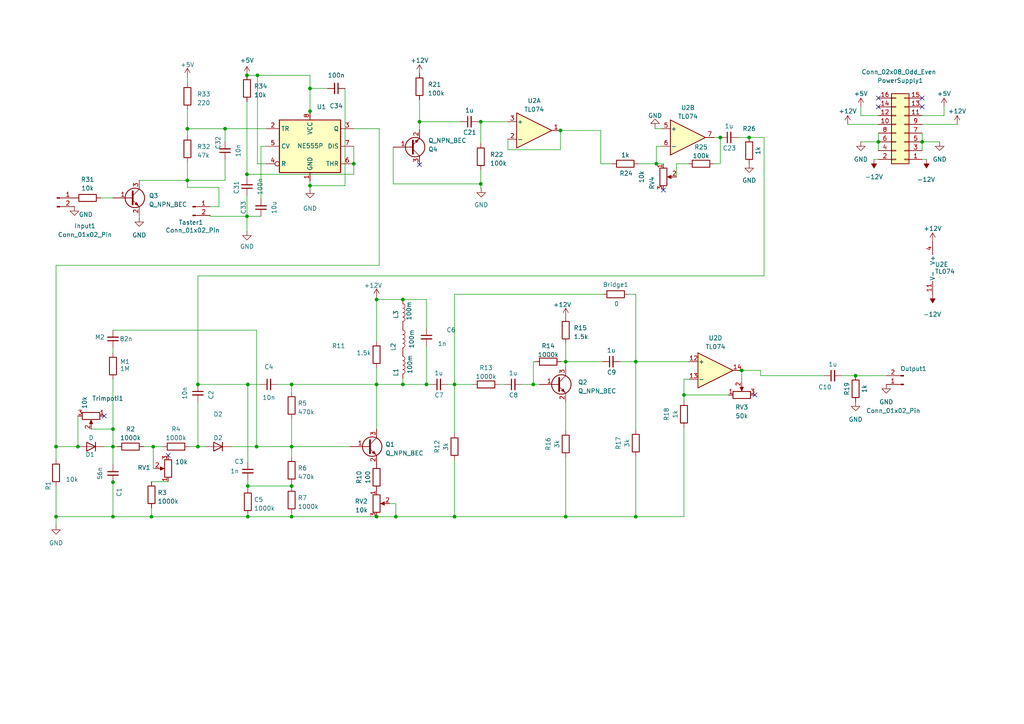
<source format=kicad_sch>
(kicad_sch (version 20230121) (generator eeschema)
  (paper "A4")
  (lib_symbols
    (symbol "Amplifier_Operational:TL074" (pin_names (offset 0.127))
      (property "Reference" "U" (at 0 5.08 0))
      (property "Value" "TL074" (at 0 -5.08 0))
      (symbol "TL074_1_1"
        (polyline (pts (xy -5.08 5.08) (xy 5.08 0) (xy -5.08 -5.08) (xy -5.08 5.08)) (stroke (width 0.254)) (fill (type background)))
        (pin output line (at 7.62 0 180) (length 2.54) (name "~") (number "1"))
        (pin input line (at -7.62 -2.54 0) (length 2.54) (name "-") (number "2"))
        (pin input line (at -7.62 2.54 0) (length 2.54) (name "+") (number "3"))
      )
      (symbol "TL074_2_1"
        (polyline (pts (xy -5.08 5.08) (xy 5.08 0) (xy -5.08 -5.08) (xy -5.08 5.08)) (stroke (width 0.254)) (fill (type background)))
        (pin input line (at -7.62 2.54 0) (length 2.54) (name "+") (number "5"))
        (pin input line (at -7.62 -2.54 0) (length 2.54) (name "-") (number "6"))
        (pin output line (at 7.62 0 180) (length 2.54) (name "~") (number "7"))
      )
      (symbol "TL074_3_1"
        (polyline (pts (xy -5.08 5.08) (xy 5.08 0) (xy -5.08 -5.08) (xy -5.08 5.08)) (stroke (width 0.254)) (fill (type background)))
        (pin input line (at -7.62 2.54 0) (length 2.54) (name "+") (number "10"))
        (pin output line (at 7.62 0 180) (length 2.54) (name "~") (number "8"))
        (pin input line (at -7.62 -2.54 0) (length 2.54) (name "-") (number "9"))
      )
      (symbol "TL074_4_1"
        (polyline (pts (xy -5.08 5.08) (xy 5.08 0) (xy -5.08 -5.08) (xy -5.08 5.08)) (stroke (width 0.254)) (fill (type background)))
        (pin input line (at -7.62 2.54 0) (length 2.54) (name "+") (number "12"))
        (pin input line (at -7.62 -2.54 0) (length 2.54) (name "-") (number "13"))
        (pin output line (at 7.62 0 180) (length 2.54) (name "~") (number "14"))
      )
      (symbol "TL074_5_1"
        (pin power_in line (at -2.54 -7.62 90) (length 3.81) (name "V-") (number "11"))
        (pin power_in line (at -2.54 7.62 270) (length 3.81) (name "V+") (number "4"))
      )
    )
    (symbol "Connector:Conn_01x02_Pin" (pin_names (offset 1.016) hide)
      (property "Reference" "J" (at 0 2.54 0))
      (property "Value" "Conn_01x02_Pin" (at 0 -5.08 0))
      (symbol "Conn_01x02_Pin_1_1"
        (polyline (pts (xy 1.27 -2.54) (xy 0.8636 -2.54)) (stroke (width 0.1524)))
        (polyline (pts (xy 1.27 0) (xy 0.8636 0)) (stroke (width 0.1524)))
        (rectangle (start 0.8636 -2.413) (end 0 -2.667) (stroke (width 0.1524)) (fill (type outline)))
        (rectangle (start 0.8636 0.127) (end 0 -0.127) (stroke (width 0.1524)) (fill (type outline)))
        (pin passive line (at 5.08 0 180) (length 3.81) (name "Pin_1") (number "1"))
        (pin passive line (at 5.08 -2.54 180) (length 3.81) (name "Pin_2") (number "2"))
      )
    )
    (symbol "Connector_Generic:Conn_02x08_Odd_Even" (pin_names (offset 1.016) hide)
      (property "Reference" "J" (at 1.27 10.16 0))
      (property "Value" "Conn_02x08_Odd_Even" (at 1.27 -12.7 0))
      (symbol "Conn_02x08_Odd_Even_1_1"
        (rectangle (start -1.27 -10.033) (end 0 -10.287) (stroke (width 0.1524)))
        (rectangle (start -1.27 -7.493) (end 0 -7.747) (stroke (width 0.1524)))
        (rectangle (start -1.27 -4.953) (end 0 -5.207) (stroke (width 0.1524)))
        (rectangle (start -1.27 -2.413) (end 0 -2.667) (stroke (width 0.1524)))
        (rectangle (start -1.27 0.127) (end 0 -0.127) (stroke (width 0.1524)))
        (rectangle (start -1.27 2.667) (end 0 2.413) (stroke (width 0.1524)))
        (rectangle (start -1.27 5.207) (end 0 4.953) (stroke (width 0.1524)))
        (rectangle (start -1.27 7.747) (end 0 7.493) (stroke (width 0.1524)))
        (rectangle (start -1.27 8.89) (end 3.81 -11.43) (stroke (width 0.254)) (fill (type background)))
        (rectangle (start 3.81 -10.033) (end 2.54 -10.287) (stroke (width 0.1524)))
        (rectangle (start 3.81 -7.493) (end 2.54 -7.747) (stroke (width 0.1524)))
        (rectangle (start 3.81 -4.953) (end 2.54 -5.207) (stroke (width 0.1524)))
        (rectangle (start 3.81 -2.413) (end 2.54 -2.667) (stroke (width 0.1524)))
        (rectangle (start 3.81 0.127) (end 2.54 -0.127) (stroke (width 0.1524)))
        (rectangle (start 3.81 2.667) (end 2.54 2.413) (stroke (width 0.1524)))
        (rectangle (start 3.81 5.207) (end 2.54 4.953) (stroke (width 0.1524)))
        (rectangle (start 3.81 7.747) (end 2.54 7.493) (stroke (width 0.1524)))
        (pin passive line (at -5.08 7.62 0) (length 3.81) (name "Pin_1") (number "1"))
        (pin passive line (at 7.62 -2.54 180) (length 3.81) (name "Pin_10") (number "10"))
        (pin passive line (at -5.08 -5.08 0) (length 3.81) (name "Pin_11") (number "11"))
        (pin passive line (at 7.62 -5.08 180) (length 3.81) (name "Pin_12") (number "12"))
        (pin passive line (at -5.08 -7.62 0) (length 3.81) (name "Pin_13") (number "13"))
        (pin passive line (at 7.62 -7.62 180) (length 3.81) (name "Pin_14") (number "14"))
        (pin passive line (at -5.08 -10.16 0) (length 3.81) (name "Pin_15") (number "15"))
        (pin passive line (at 7.62 -10.16 180) (length 3.81) (name "Pin_16") (number "16"))
        (pin passive line (at 7.62 7.62 180) (length 3.81) (name "Pin_2") (number "2"))
        (pin passive line (at -5.08 5.08 0) (length 3.81) (name "Pin_3") (number "3"))
        (pin passive line (at 7.62 5.08 180) (length 3.81) (name "Pin_4") (number "4"))
        (pin passive line (at -5.08 2.54 0) (length 3.81) (name "Pin_5") (number "5"))
        (pin passive line (at 7.62 2.54 180) (length 3.81) (name "Pin_6") (number "6"))
        (pin passive line (at -5.08 0 0) (length 3.81) (name "Pin_7") (number "7"))
        (pin passive line (at 7.62 0 180) (length 3.81) (name "Pin_8") (number "8"))
        (pin passive line (at -5.08 -2.54 0) (length 3.81) (name "Pin_9") (number "9"))
      )
    )
    (symbol "Device:C_Small" (pin_numbers hide) (pin_names (offset 0.254) hide)
      (property "Reference" "C" (at 0.254 1.778 0))
      (property "Value" "C_Small" (at 0.254 -2.032 0))
      (symbol "C_Small_0_1"
        (polyline (pts (xy -1.524 -0.508) (xy 1.524 -0.508)) (stroke (width 0.3302)))
        (polyline (pts (xy -1.524 0.508) (xy 1.524 0.508)) (stroke (width 0.3048)))
      )
      (symbol "C_Small_1_1"
        (pin passive line (at 0 2.54 270) (length 2.032) (name "~") (number "1"))
        (pin passive line (at 0 -2.54 90) (length 2.032) (name "~") (number "2"))
      )
    )
    (symbol "Device:D" (pin_numbers hide) (pin_names (offset 1.016) hide)
      (property "Reference" "D" (at 0 2.54 0))
      (property "Value" "D" (at 0 -2.54 0))
      (symbol "D_0_1"
        (polyline (pts (xy -1.27 1.27) (xy -1.27 -1.27)) (stroke (width 0.254)))
        (polyline (pts (xy 1.27 0) (xy -1.27 0)))
        (polyline (pts (xy 1.27 1.27) (xy 1.27 -1.27) (xy -1.27 0) (xy 1.27 1.27)) (stroke (width 0.254)))
      )
      (symbol "D_1_1"
        (pin passive line (at -3.81 0 0) (length 2.54) (name "K") (number "1"))
        (pin passive line (at 3.81 0 180) (length 2.54) (name "A") (number "2"))
      )
    )
    (symbol "Device:L" (pin_numbers hide) (pin_names (offset 1.016) hide)
      (property "Reference" "L" (at -1.27 0 90))
      (property "Value" "L" (at 1.905 0 90))
      (symbol "L_0_1"
        (arc (start 0 -2.54) (mid 0.6323 -1.905) (end 0 -1.27))
        (arc (start 0 -1.27) (mid 0.6323 -0.635) (end 0 0))
        (arc (start 0 0) (mid 0.6323 0.635) (end 0 1.27))
        (arc (start 0 1.27) (mid 0.6323 1.905) (end 0 2.54))
      )
      (symbol "L_1_1"
        (pin passive line (at 0 3.81 270) (length 1.27) (name "1") (number "1"))
        (pin passive line (at 0 -3.81 90) (length 1.27) (name "2") (number "2"))
      )
    )
    (symbol "Device:Q_NPN_BEC" (pin_names (offset 0) hide)
      (property "Reference" "Q" (at 5.08 1.27 0))
      (property "Value" "Q_NPN_BEC" (at 5.08 -1.27 0))
      (symbol "Q_NPN_BEC_0_1"
        (polyline (pts (xy 0.635 0.635) (xy 2.54 2.54)))
        (polyline (pts (xy 0.635 -0.635) (xy 2.54 -2.54) (xy 2.54 -2.54)))
        (polyline (pts (xy 0.635 1.905) (xy 0.635 -1.905) (xy 0.635 -1.905)) (stroke (width 0.508)))
        (polyline (pts (xy 1.27 -1.778) (xy 1.778 -1.27) (xy 2.286 -2.286) (xy 1.27 -1.778) (xy 1.27 -1.778)) (fill (type outline)))
        (circle (center 1.27 0) (radius 2.8194) (stroke (width 0.254)))
      )
      (symbol "Q_NPN_BEC_1_1"
        (pin input line (at -5.08 0 0) (length 5.715) (name "B") (number "1"))
        (pin passive line (at 2.54 -5.08 90) (length 2.54) (name "E") (number "2"))
        (pin passive line (at 2.54 5.08 270) (length 2.54) (name "C") (number "3"))
      )
    )
    (symbol "Device:R" (pin_numbers hide) (pin_names (offset 0))
      (property "Reference" "R" (at 2.032 0 90))
      (property "Value" "R" (at 0 0 90))
      (symbol "R_0_1"
        (rectangle (start -1.016 -2.54) (end 1.016 2.54) (stroke (width 0.254)))
      )
      (symbol "R_1_1"
        (pin passive line (at 0 3.81 270) (length 1.27) (name "~") (number "1"))
        (pin passive line (at 0 -3.81 90) (length 1.27) (name "~") (number "2"))
      )
    )
    (symbol "Device:R_Potentiometer" (pin_names (offset 1.016) hide)
      (property "Reference" "RV" (at -4.445 0 90))
      (property "Value" "R_Potentiometer" (at -2.54 0 90))
      (symbol "R_Potentiometer_0_1"
        (polyline (pts (xy 2.54 0) (xy 1.524 0)))
        (polyline (pts (xy 1.143 0) (xy 2.286 0.508) (xy 2.286 -0.508) (xy 1.143 0)) (fill (type outline)))
        (rectangle (start 1.016 2.54) (end -1.016 -2.54) (stroke (width 0.254)))
      )
      (symbol "R_Potentiometer_1_1"
        (pin passive line (at 0 3.81 270) (length 1.27) (name "1") (number "1"))
        (pin passive line (at 3.81 0 180) (length 1.27) (name "2") (number "2"))
        (pin passive line (at 0 -3.81 90) (length 1.27) (name "3") (number "3"))
      )
    )
    (symbol "Timer:NE555P"
      (property "Reference" "U" (at -10.16 8.89 0))
      (property "Value" "NE555P" (at 2.54 8.89 0))
      (symbol "NE555P_0_0"
        (pin power_in line (at 0 -10.16 90) (length 2.54) (name "GND") (number "1"))
        (pin power_in line (at 0 10.16 270) (length 2.54) (name "VCC") (number "8"))
      )
      (symbol "NE555P_0_1"
        (rectangle (start -8.89 -7.62) (end 8.89 7.62) (stroke (width 0.254)) (fill (type background)))
        (rectangle (start -8.89 -7.62) (end 8.89 7.62) (stroke (width 0.254)) (fill (type background)))
      )
      (symbol "NE555P_1_1"
        (pin input line (at -12.7 5.08 0) (length 3.81) (name "TR") (number "2"))
        (pin output line (at 12.7 5.08 180) (length 3.81) (name "Q") (number "3"))
        (pin input inverted (at -12.7 -5.08 0) (length 3.81) (name "R") (number "4"))
        (pin input line (at -12.7 0 0) (length 3.81) (name "CV") (number "5"))
        (pin input line (at 12.7 -5.08 180) (length 3.81) (name "THR") (number "6"))
        (pin input line (at 12.7 0 180) (length 3.81) (name "DIS") (number "7"))
      )
    )
    (symbol "power:+12V" (power) (pin_names (offset 0))
      (property "Value" "+12V" (at 0 3.556 0))
      (symbol "+12V_0_1"
        (polyline (pts (xy -0.762 1.27) (xy 0 2.54)))
        (polyline (pts (xy 0 0) (xy 0 2.54)))
        (polyline (pts (xy 0 2.54) (xy 0.762 1.27)))
      )
      (symbol "+12V_1_1"
        (pin power_in line (at 0 0 90) (length 0) hide (name "+12V") (number "1"))
      )
    )
    (symbol "power:+5V" (power) (pin_names (offset 0))
      (property "Value" "+5V" (at 0 3.556 0))
      (symbol "+5V_0_1"
        (polyline (pts (xy -0.762 1.27) (xy 0 2.54)))
        (polyline (pts (xy 0 0) (xy 0 2.54)))
        (polyline (pts (xy 0 2.54) (xy 0.762 1.27)))
      )
      (symbol "+5V_1_1"
        (pin power_in line (at 0 0 90) (length 0) hide (name "+5V") (number "1"))
      )
    )
    (symbol "power:-12V" (power) (pin_names (offset 0))
      (property "Value" "-12V" (at 0 3.81 0))
      (symbol "-12V_0_0"
        (pin power_in line (at 0 0 90) (length 0) hide (name "-12V") (number "1"))
      )
      (symbol "-12V_0_1"
        (polyline (pts (xy 0 0) (xy 0 1.27) (xy 0.762 1.27) (xy 0 2.54) (xy -0.762 1.27) (xy 0 1.27)) (fill (type outline)))
      )
    )
    (symbol "power:GND" (power) (pin_names (offset 0))
      (property "Value" "GND" (at 0 -3.81 0))
      (symbol "GND_0_1"
        (polyline (pts (xy 0 0) (xy 0 -1.27) (xy 1.27 -1.27) (xy 0 -2.54) (xy -1.27 -1.27) (xy 0 -1.27)))
      )
      (symbol "GND_1_1"
        (pin power_in line (at 0 0 270) (length 0) hide (name "GND") (number "1"))
      )
    )
  )
  (junction (at 71.882 111.506))
  (junction (at 109.22 111.506))
  (junction (at 16.256 149.86))
  (junction (at 116.84 86.868))
  (junction (at 54.356 37.338))
  (junction (at 32.766 129.54))
  (junction (at 267.462 41.148))
  (junction (at 71.882 140.97))
  (junction (at 184.404 104.902))
  (junction (at 57.404 129.54))
  (junction (at 109.22 149.86))
  (junction (at 57.404 111.506))
  (junction (at 74.676 21.844))
  (junction (at 123.698 111.506))
  (junction (at 215.138 107.442))
  (junction (at 43.942 149.86))
  (junction (at 139.446 53.34))
  (junction (at 71.882 149.86))
  (junction (at 54.356 52.324))
  (junction (at 71.628 21.844))
  (junction (at 154.686 111.506))
  (junction (at 65.278 37.338))
  (junction (at 109.22 86.868))
  (junction (at 71.628 50.546))
  (junction (at 32.766 139.8524))
  (junction (at 190.373 47.498))
  (junction (at 254.762 41.148))
  (junction (at 74.422 129.54))
  (junction (at 198.374 114.554))
  (junction (at 162.56 37.846))
  (junction (at 184.404 149.86))
  (junction (at 84.582 149.86))
  (junction (at 116.84 111.506))
  (junction (at 89.916 25.654))
  (junction (at 84.582 111.506))
  (junction (at 139.446 35.306))
  (junction (at 208.915 39.878))
  (junction (at 22.606 129.54))
  (junction (at 84.582 129.54))
  (junction (at 131.826 149.86))
  (junction (at 16.256 129.54))
  (junction (at 217.297 39.878))
  (junction (at 164.084 104.902))
  (junction (at 248.158 108.966))
  (junction (at 102.616 47.498))
  (junction (at 89.916 32.258))
  (junction (at 32.766 124.46))
  (junction (at 121.666 35.306))
  (junction (at 89.916 53.848))
  (junction (at 44.45 129.54))
  (junction (at 131.826 111.506))
  (junction (at 84.582 140.97))
  (junction (at 164.084 149.86))
  (junction (at 71.628 62.738))
  (junction (at 32.766 149.86))
  (junction (at 114.808 149.86))
  (no_connect (at 254.762 28.448))
  (no_connect (at 267.462 28.448))
  (no_connect (at 267.462 30.988))
  (no_connect (at 121.666 47.752))
  (no_connect (at 218.948 114.554))
  (no_connect (at 30.226 120.65))
  (no_connect (at 48.768 132.08))
  (no_connect (at 192.405 55.118))
  (no_connect (at 254.762 30.988))
  (wire (pts (xy 44.958 135.89) (xy 44.45 135.89)))
  (wire (pts (xy 184.404 132.334) (xy 184.404 149.86)))
  (wire (pts (xy 184.404 104.902) (xy 179.832 104.902)))
  (wire (pts (xy 121.666 35.306) (xy 133.604 35.306)))
  (wire (pts (xy 54.356 37.338) (xy 54.356 39.37)))
  (wire (pts (xy 40.386 52.324) (xy 54.356 52.324)))
  (wire (pts (xy 32.766 109.982) (xy 32.766 124.46)))
  (wire (pts (xy 109.22 86.36) (xy 109.22 86.868)))
  (wire (pts (xy 116.84 86.868) (xy 109.22 86.868)))
  (wire (pts (xy 109.22 106.68) (xy 109.22 111.506)))
  (wire (pts (xy 164.084 99.568) (xy 164.084 104.902)))
  (wire (pts (xy 198.374 114.554) (xy 211.328 114.554)))
  (wire (pts (xy 109.982 76.962) (xy 16.256 76.962)))
  (wire (pts (xy 198.374 109.982) (xy 199.898 109.982)))
  (wire (pts (xy 32.766 124.46) (xy 32.766 129.54)))
  (wire (pts (xy 32.766 139.7) (xy 32.766 139.8524)))
  (wire (pts (xy 198.374 109.982) (xy 198.374 114.554)))
  (wire (pts (xy 254.762 41.148) (xy 254.762 43.688)))
  (wire (pts (xy 43.942 147.32) (xy 43.942 149.86)))
  (wire (pts (xy 89.916 21.844) (xy 74.676 21.844)))
  (wire (pts (xy 213.995 39.878) (xy 217.297 39.878)))
  (wire (pts (xy 102.616 42.418) (xy 102.616 47.498)))
  (wire (pts (xy 147.32 43.434) (xy 147.32 40.386)))
  (wire (pts (xy 71.628 62.738) (xy 71.628 67.056)))
  (wire (pts (xy 131.826 133.35) (xy 131.826 149.86)))
  (wire (pts (xy 16.256 149.86) (xy 32.766 149.86)))
  (wire (pts (xy 162.56 37.846) (xy 162.56 43.434)))
  (wire (pts (xy 75.692 57.658) (xy 75.692 42.418)))
  (wire (pts (xy 100.076 53.848) (xy 89.916 53.848)))
  (wire (pts (xy 71.628 62.738) (xy 75.692 62.738)))
  (wire (pts (xy 40.386 62.484) (xy 40.386 63.119)))
  (wire (pts (xy 89.916 53.848) (xy 89.916 54.864)))
  (wire (pts (xy 60.96 62.484) (xy 60.96 62.738)))
  (wire (pts (xy 249.682 33.528) (xy 254.762 33.528)))
  (wire (pts (xy 162.56 43.434) (xy 147.32 43.434)))
  (wire (pts (xy 102.616 50.546) (xy 102.616 47.498)))
  (wire (pts (xy 32.766 129.54) (xy 32.766 134.7724)))
  (wire (pts (xy 80.518 111.506) (xy 84.582 111.506)))
  (wire (pts (xy 253.492 46.228) (xy 254.762 46.228)))
  (wire (pts (xy 190.373 42.418) (xy 190.373 47.498)))
  (wire (pts (xy 75.692 42.418) (xy 77.216 42.418)))
  (wire (pts (xy 174.244 37.846) (xy 174.244 47.498)))
  (wire (pts (xy 245.872 36.068) (xy 254.762 36.068)))
  (wire (pts (xy 57.404 80.01) (xy 221.615 80.01)))
  (wire (pts (xy 109.22 111.506) (xy 109.22 124.46)))
  (wire (pts (xy 139.446 35.306) (xy 147.32 35.306)))
  (wire (pts (xy 54.356 46.99) (xy 54.356 52.324)))
  (wire (pts (xy 220.599 107.442) (xy 220.599 108.966)))
  (wire (pts (xy 137.16 111.506) (xy 131.826 111.506)))
  (wire (pts (xy 196.215 47.498) (xy 196.215 51.308)))
  (wire (pts (xy 144.78 111.506) (xy 146.304 111.506)))
  (wire (pts (xy 174.752 85.344) (xy 131.826 85.344)))
  (wire (pts (xy 184.404 124.714) (xy 184.404 104.902)))
  (wire (pts (xy 71.628 50.546) (xy 71.628 51.562)))
  (wire (pts (xy 43.942 149.86) (xy 71.882 149.86)))
  (wire (pts (xy 131.826 85.344) (xy 131.826 111.506)))
  (wire (pts (xy 184.404 85.344) (xy 182.372 85.344)))
  (wire (pts (xy 89.916 32.258) (xy 89.916 34.29)))
  (wire (pts (xy 162.56 37.846) (xy 174.244 37.846)))
  (wire (pts (xy 84.582 111.506) (xy 109.22 111.506)))
  (wire (pts (xy 71.882 149.352) (xy 71.882 149.86)))
  (wire (pts (xy 63.5 54.356) (xy 63.5 59.944)))
  (wire (pts (xy 16.256 149.86) (xy 16.256 152.4)))
  (wire (pts (xy 32.766 139.8524) (xy 32.766 149.86)))
  (wire (pts (xy 116.84 109.728) (xy 116.84 111.506)))
  (wire (pts (xy 84.582 111.506) (xy 84.582 113.792)))
  (wire (pts (xy 54.356 22.352) (xy 54.356 24.13)))
  (wire (pts (xy 84.582 140.97) (xy 84.582 141.224)))
  (wire (pts (xy 57.404 80.01) (xy 57.404 111.506)))
  (wire (pts (xy 207.137 47.498) (xy 208.915 47.498)))
  (wire (pts (xy 208.915 39.878) (xy 208.915 47.498)))
  (wire (pts (xy 71.882 111.506) (xy 75.438 111.506)))
  (wire (pts (xy 22.606 120.65) (xy 22.606 129.54)))
  (wire (pts (xy 71.882 149.86) (xy 84.582 149.86)))
  (wire (pts (xy 164.084 104.902) (xy 174.752 104.902)))
  (wire (pts (xy 74.676 21.844) (xy 71.628 21.844)))
  (wire (pts (xy 41.656 129.54) (xy 44.45 129.54)))
  (wire (pts (xy 139.446 54.61) (xy 139.573 54.61)))
  (wire (pts (xy 113.03 146.05) (xy 114.808 146.05)))
  (wire (pts (xy 215.138 107.442) (xy 220.599 107.442)))
  (wire (pts (xy 151.384 111.506) (xy 154.686 111.506)))
  (wire (pts (xy 114.808 146.05) (xy 114.808 149.86)))
  (wire (pts (xy 74.422 95.758) (xy 74.422 129.54)))
  (wire (pts (xy 44.45 129.54) (xy 47.244 129.54)))
  (wire (pts (xy 32.766 149.86) (xy 43.942 149.86)))
  (wire (pts (xy 267.462 36.068) (xy 277.622 36.068)))
  (wire (pts (xy 109.22 111.506) (xy 116.84 111.506)))
  (wire (pts (xy 65.278 41.148) (xy 65.278 37.338)))
  (wire (pts (xy 198.374 114.554) (xy 198.374 116.332)))
  (wire (pts (xy 215.138 107.442) (xy 215.138 110.744)))
  (wire (pts (xy 123.698 100.33) (xy 123.698 111.506)))
  (wire (pts (xy 77.216 47.498) (xy 74.676 47.498)))
  (wire (pts (xy 254.762 38.608) (xy 254.762 41.148)))
  (wire (pts (xy 129.794 111.506) (xy 131.826 111.506)))
  (wire (pts (xy 84.582 140.208) (xy 84.582 140.97)))
  (wire (pts (xy 16.256 129.54) (xy 22.606 129.54)))
  (wire (pts (xy 67.056 129.54) (xy 74.422 129.54)))
  (wire (pts (xy 63.5 59.944) (xy 60.96 59.944)))
  (wire (pts (xy 109.22 149.86) (xy 114.808 149.86)))
  (wire (pts (xy 190.373 42.418) (xy 191.897 42.418)))
  (wire (pts (xy 65.278 37.338) (xy 77.216 37.338)))
  (wire (pts (xy 114.808 149.86) (xy 131.826 149.86)))
  (wire (pts (xy 185.166 47.498) (xy 190.373 47.498)))
  (wire (pts (xy 199.517 47.498) (xy 196.215 47.498)))
  (wire (pts (xy 57.404 129.54) (xy 59.436 129.54)))
  (wire (pts (xy 184.404 149.86) (xy 164.084 149.86)))
  (wire (pts (xy 249.682 41.148) (xy 254.762 41.148)))
  (wire (pts (xy 162.814 104.902) (xy 164.084 104.902)))
  (wire (pts (xy 71.882 139.192) (xy 71.882 140.97)))
  (wire (pts (xy 139.446 35.306) (xy 139.446 41.656)))
  (wire (pts (xy 164.084 132.588) (xy 164.084 149.86)))
  (wire (pts (xy 109.982 37.338) (xy 109.982 76.962)))
  (wire (pts (xy 89.916 52.578) (xy 89.916 53.848)))
  (wire (pts (xy 89.916 21.844) (xy 89.916 25.654)))
  (wire (pts (xy 198.374 149.86) (xy 184.404 149.86)))
  (wire (pts (xy 65.278 46.228) (xy 65.278 52.324)))
  (wire (pts (xy 57.404 111.506) (xy 71.882 111.506)))
  (wire (pts (xy 267.462 41.148) (xy 272.542 41.148)))
  (wire (pts (xy 54.356 52.324) (xy 54.356 54.356)))
  (wire (pts (xy 54.356 54.356) (xy 63.5 54.356)))
  (wire (pts (xy 189.992 37.338) (xy 189.992 37.084)))
  (wire (pts (xy 94.996 25.654) (xy 89.916 25.654)))
  (wire (pts (xy 191.897 37.338) (xy 189.992 37.338)))
  (wire (pts (xy 71.882 140.97) (xy 84.582 140.97)))
  (wire (pts (xy 109.22 86.868) (xy 109.22 99.06)))
  (wire (pts (xy 60.96 62.738) (xy 71.628 62.738)))
  (wire (pts (xy 84.582 148.844) (xy 84.582 149.86)))
  (wire (pts (xy 32.766 102.362) (xy 32.766 100.838)))
  (wire (pts (xy 154.686 104.902) (xy 154.686 111.506)))
  (wire (pts (xy 44.45 129.54) (xy 44.45 135.89)))
  (wire (pts (xy 123.698 111.506) (xy 124.714 111.506)))
  (wire (pts (xy 164.084 116.586) (xy 164.084 124.968)))
  (wire (pts (xy 84.582 129.54) (xy 84.582 132.588)))
  (wire (pts (xy 273.812 33.528) (xy 273.812 30.988)))
  (wire (pts (xy 267.462 38.608) (xy 267.462 41.148)))
  (wire (pts (xy 123.698 111.506) (xy 116.84 111.506)))
  (wire (pts (xy 114.046 42.672) (xy 114.046 53.34)))
  (wire (pts (xy 139.446 53.34) (xy 139.446 54.61)))
  (wire (pts (xy 121.666 28.956) (xy 121.666 35.306)))
  (wire (pts (xy 267.462 41.148) (xy 267.462 43.688)))
  (wire (pts (xy 71.882 140.97) (xy 71.882 141.732)))
  (wire (pts (xy 84.582 149.86) (xy 109.22 149.86)))
  (wire (pts (xy 267.462 33.528) (xy 273.812 33.528)))
  (wire (pts (xy 221.615 80.01) (xy 221.615 39.878)))
  (wire (pts (xy 32.766 95.758) (xy 74.422 95.758)))
  (wire (pts (xy 54.864 129.54) (xy 57.404 129.54)))
  (wire (pts (xy 16.256 129.54) (xy 16.256 133.35)))
  (wire (pts (xy 74.676 21.844) (xy 74.676 47.498)))
  (wire (pts (xy 100.076 25.654) (xy 100.076 53.848)))
  (wire (pts (xy 207.137 39.878) (xy 208.915 39.878)))
  (wire (pts (xy 89.916 25.654) (xy 89.916 32.258)))
  (wire (pts (xy 121.666 35.306) (xy 121.666 37.592)))
  (wire (pts (xy 248.158 108.966) (xy 257.048 108.966)))
  (wire (pts (xy 71.628 50.546) (xy 102.616 50.546)))
  (wire (pts (xy 57.404 116.586) (xy 57.404 129.54)))
  (wire (pts (xy 184.404 104.902) (xy 199.898 104.902)))
  (wire (pts (xy 74.422 129.54) (xy 84.582 129.54)))
  (wire (pts (xy 244.094 108.966) (xy 248.158 108.966)))
  (wire (pts (xy 54.356 52.324) (xy 65.278 52.324)))
  (wire (pts (xy 71.628 29.464) (xy 71.628 50.546)))
  (wire (pts (xy 154.686 111.506) (xy 156.464 111.506)))
  (wire (pts (xy 114.046 53.34) (xy 139.446 53.34)))
  (wire (pts (xy 198.374 123.952) (xy 198.374 149.86)))
  (wire (pts (xy 267.462 46.228) (xy 268.732 46.228)))
  (wire (pts (xy 102.616 37.338) (xy 109.982 37.338)))
  (wire (pts (xy 16.256 140.97) (xy 16.256 149.86)))
  (wire (pts (xy 139.446 49.276) (xy 139.446 53.34)))
  (wire (pts (xy 164.084 149.86) (xy 131.826 149.86)))
  (wire (pts (xy 174.244 47.498) (xy 177.546 47.498)))
  (wire (pts (xy 249.682 30.988) (xy 249.682 33.528)))
  (wire (pts (xy 190.373 47.498) (xy 192.405 47.498)))
  (wire (pts (xy 16.256 76.962) (xy 16.256 129.54)))
  (wire (pts (xy 30.226 129.54) (xy 32.766 129.54)))
  (wire (pts (xy 43.942 139.7) (xy 48.768 139.7)))
  (wire (pts (xy 29.21 57.404) (xy 32.766 57.404)))
  (wire (pts (xy 71.882 111.506) (xy 71.882 134.112)))
  (wire (pts (xy 54.356 31.75) (xy 54.356 37.338)))
  (wire (pts (xy 138.684 35.306) (xy 139.446 35.306)))
  (wire (pts (xy 220.599 108.966) (xy 239.014 108.966)))
  (wire (pts (xy 26.416 124.46) (xy 32.766 124.46)))
  (wire (pts (xy 71.628 56.642) (xy 71.628 62.738)))
  (wire (pts (xy 131.826 111.506) (xy 131.826 125.73)))
  (wire (pts (xy 164.084 104.902) (xy 164.084 106.426)))
  (wire (pts (xy 65.278 37.338) (xy 54.356 37.338)))
  (wire (pts (xy 155.194 104.902) (xy 154.686 104.902)))
  (wire (pts (xy 123.698 86.868) (xy 116.84 86.868)))
  (wire (pts (xy 217.297 39.878) (xy 221.615 39.878)))
  (wire (pts (xy 84.582 121.412) (xy 84.582 129.54)))
  (wire (pts (xy 123.698 95.25) (xy 123.698 86.868)))
  (wire (pts (xy 32.766 129.54) (xy 34.036 129.54)))
  (wire (pts (xy 84.582 129.54) (xy 101.6 129.54)))
  (wire (pts (xy 184.404 104.902) (xy 184.404 85.344)))
  (symbol (lib_id "Device:R_Potentiometer") (at 215.138 114.554 90) (unit 1)
    (property "Reference" "RV3" (at 215.138 118.11 90))
    (property "Value" "50k" (at 215.138 120.65 90))
    (property "Footprint" "Connector_JST:JST_EH_B2B-EH-A_1x02_P2.50mm_Vertical" (effects hide))
  )
  (symbol (lib_id "Device:L") (at 116.84 105.918 0) (unit 1)
    (property "Reference" "L1" (at 114.808 109.22 90) (effects (justify left)))
    (property "Value" "100m" (at 118.872 108.458 90) (effects (justify left)))
    (property "Footprint" "Inductor_THT:L_Radial_D8.7mm_P5.00mm_Fastron_07HCP" (effects hide))
  )
  (symbol (lib_id "Device:R") (at 121.666 25.146 0) (unit 1)
    (property "Reference" "R21" (at 124.079 24.511 0) (effects (justify left)))
    (property "Value" "100k" (at 124.079 27.051 0) (effects (justify left)))
    (property "Footprint" "Resistor_SMD:R_1206_3216Metric_Pad1.30x1.75mm_HandSolder" (effects hide))
  )
  (symbol (lib_id "power:+5V") (at 54.356 22.352 0) (unit 1)
    (property "Reference" "#PWR015" (effects hide))
    (property "Value" "+5V" (at 54.356 18.796 0))
  )
  (symbol (lib_id "Connector_Generic:Conn_02x08_Odd_Even") (at 262.382 38.608 180) (unit 1)
    (property "Reference" "PowerSupply1" (at 261.112 23.368 0))
    (property "Value" "Conn_02x08_Odd_Even" (at 260.7056 20.8788 0))
    (property "Footprint" "Connector_IDC:IDC-Header_2x08_P2.54mm_Vertical" (effects hide))
  )
  (symbol (lib_id "power:+5V") (at 71.628 21.844 0) (unit 1)
    (property "Reference" "#PWR013" (effects hide))
    (property "Value" "+5V" (at 71.628 17.526 0))
  )
  (symbol (lib_id "Device:Q_NPN_BEC") (at 37.846 57.404 0) (unit 1)
    (property "Reference" "Q3" (at 43.18 56.769 0) (effects (justify left)))
    (property "Value" "Q_NPN_BEC" (at 43.18 59.309 0) (effects (justify left)))
    (property "Footprint" "Package_TO_SOT_SMD:SOT-23-3" (effects hide))
  )
  (symbol (lib_id "Amplifier_Operational:TL074") (at 273.05 77.724 0) (unit 5)
    (property "Reference" "U2" (at 271.145 76.7 0) (effects (justify left)))
    (property "Value" "TL074" (at 271.145 78.748 0) (effects (justify left)))
    (property "Footprint" "Package_DIP:DIP-14_W7.62mm" (effects hide))
    (property "Datasheet" "http://www.ti.com/lit/ds/symlink/tl071.pdf" (effects hide))
  )
  (symbol (lib_id "Device:R") (at 184.404 128.524 180) (unit 1)
    (property "Reference" "R17" (at 179.324 128.524 90))
    (property "Value" "3k" (at 181.864 128.524 90))
    (property "Footprint" "Resistor_SMD:R_1206_3216Metric_Pad1.30x1.75mm_HandSolder" (effects hide))
  )
  (symbol (lib_id "Device:R_Potentiometer") (at 192.405 51.308 0) (unit 1)
    (property "Reference" "RV4" (at 189.103 53.086 90))
    (property "Value" "10k" (at 186.055 51.308 90))
    (property "Footprint" "Connector_JST:JST_EH_B2B-EH-A_1x02_P2.50mm_Vertical" (effects hide))
  )
  (symbol (lib_id "Device:C_Small") (at 241.554 108.966 90) (unit 1)
    (property "Reference" "C10" (at 239.268 112.268 90))
    (property "Value" "1u" (at 241.5603 105.664 90))
    (property "Footprint" "Capacitor_SMD:C_1206_3216Metric_Pad1.33x1.80mm_HandSolder" (effects hide))
  )
  (symbol (lib_id "Device:R") (at 51.054 129.54 90) (unit 1)
    (property "Reference" "R4" (at 51.054 124.46 90))
    (property "Value" "1000k" (at 51.054 127 90))
    (property "Footprint" "Resistor_SMD:R_1206_3216Metric_Pad1.30x1.75mm_HandSolder" (effects hide))
  )
  (symbol (lib_id "power:GND") (at 139.573 54.61 0) (unit 1)
    (property "Reference" "#PWR022" (effects hide))
    (property "Value" "GND" (at 139.573 59.436 0))
  )
  (symbol (lib_id "power:GND") (at 272.542 41.148 0) (unit 1)
    (property "Reference" "#PWR04" (effects hide))
    (property "Value" "GND" (at 272.542 46.228 0))
  )
  (symbol (lib_id "Device:R") (at 71.882 145.542 0) (unit 1)
    (property "Reference" "C5" (at 73.66 144.907 0) (effects (justify left)))
    (property "Value" "1000k" (at 73.66 147.447 0) (effects (justify left)))
    (property "Footprint" "Resistor_SMD:R_1206_3216Metric_Pad1.30x1.75mm_HandSolder" (effects hide))
  )
  (symbol (lib_id "Device:R_Potentiometer") (at 26.416 120.65 270) (unit 1)
    (property "Reference" "Trimpoti1" (at 35.814 115.57 90) (effects (justify right)))
    (property "Value" "10k" (at 24.511 118.618 0) (effects (justify right)))
    (property "Footprint" "Connector_JST:JST_EH_B3B-EH-A_1x03_P2.50mm_Vertical" (effects hide))
  )
  (symbol (lib_id "Device:R") (at 181.356 47.498 90) (unit 1)
    (property "Reference" "R24" (at 181.61 50.292 90))
    (property "Value" "1k" (at 181.356 44.958 90))
    (property "Footprint" "Resistor_SMD:R_1206_3216Metric_Pad1.30x1.75mm_HandSolder" (effects hide))
  )
  (symbol (lib_id "Device:C_Small") (at 211.455 39.878 90) (unit 1)
    (property "Reference" "C23" (at 211.5566 42.9768 90))
    (property "Value" "1u" (at 211.4613 36.576 90))
    (property "Footprint" "Capacitor_SMD:C_1206_3216Metric_Pad1.33x1.80mm_HandSolder" (effects hide))
  )
  (symbol (lib_id "Device:C_Small") (at 123.698 97.79 0) (unit 1)
    (property "Reference" "C6" (at 129.4892 95.7072 0) (effects (justify left)))
    (property "Value" "1n" (at 126.9492 99.7013 0) (effects (justify left)))
    (property "Footprint" "Capacitor_SMD:C_1206_3216Metric_Pad1.33x1.80mm_HandSolder" (effects hide))
  )
  (symbol (lib_id "power:-12V") (at 253.492 46.228 180) (unit 1)
    (property "Reference" "#PWR01" (effects hide))
    (property "Value" "-12V" (at 253.492 51.308 0))
  )
  (symbol (lib_id "power:GND") (at 21.59 59.944 0) (unit 1)
    (property "Reference" "#PWR020" (effects hide))
    (property "Value" "GND" (at 24.892 62.23 0))
  )
  (symbol (lib_id "Device:R") (at 25.4 57.404 90) (unit 1)
    (property "Reference" "R31" (at 25.4 52.07 90))
    (property "Value" "10k" (at 25.4 54.61 90))
    (property "Footprint" "Resistor_SMD:R_1206_3216Metric_Pad1.30x1.75mm_HandSolder" (effects hide))
  )
  (symbol (lib_id "Device:C_Small") (at 65.278 43.688 180) (unit 1)
    (property "Reference" "C32" (at 63.246 41.402 90))
    (property "Value" "10n" (at 69.088 43.688 90))
    (property "Footprint" "Capacitor_SMD:C_1206_3216Metric_Pad1.33x1.80mm_HandSolder" (effects hide))
  )
  (symbol (lib_id "Device:R") (at 84.582 145.034 0) (unit 1)
    (property "Reference" "R7" (at 86.36 144.399 0) (effects (justify left)))
    (property "Value" "1000k" (at 86.36 146.939 0) (effects (justify left)))
    (property "Footprint" "Resistor_SMD:R_1206_3216Metric_Pad1.30x1.75mm_HandSolder" (effects hide))
  )
  (symbol (lib_id "Device:Q_NPN_BEC") (at 106.68 129.54 0) (unit 1)
    (property "Reference" "Q1" (at 111.76 128.905 0) (effects (justify left)))
    (property "Value" "Q_NPN_BEC" (at 111.76 131.445 0) (effects (justify left)))
    (property "Footprint" "Package_TO_SOT_SMD:SOT-23-3" (effects hide))
  )
  (symbol (lib_id "Device:R") (at 131.826 129.54 180) (unit 1)
    (property "Reference" "R12" (at 126.746 129.54 90))
    (property "Value" "3k" (at 129.286 129.54 90))
    (property "Footprint" "Resistor_SMD:R_1206_3216Metric_Pad1.30x1.75mm_HandSolder" (effects hide))
  )
  (symbol (lib_id "Device:R") (at 159.004 104.902 270) (unit 1)
    (property "Reference" "R14" (at 159.004 100.33 90))
    (property "Value" "1000k" (at 159.004 102.87 90))
    (property "Footprint" "Resistor_SMD:R_1206_3216Metric_Pad1.30x1.75mm_HandSolder" (effects hide))
  )
  (symbol (lib_id "power:GND") (at 217.297 47.498 0) (unit 1)
    (property "Reference" "#PWR024" (effects hide))
    (property "Value" "GND" (at 217.297 52.324 0))
  )
  (symbol (lib_id "power:+12V") (at 245.872 36.068 0) (unit 1)
    (property "Reference" "#PWR06" (effects hide))
    (property "Value" "+12V" (at 245.872 32.258 0))
  )
  (symbol (lib_id "Device:R") (at 71.628 25.654 0) (unit 1)
    (property "Reference" "R34" (at 73.66 25.019 0) (effects (justify left)))
    (property "Value" "10k" (at 73.66 27.559 0) (effects (justify left)))
    (property "Footprint" "Resistor_SMD:R_1206_3216Metric_Pad1.30x1.75mm_HandSolder" (effects hide))
  )
  (symbol (lib_id "Device:C_Small") (at 32.766 98.298 180) (unit 1)
    (property "Reference" "M2" (at 28.956 97.79 0))
    (property "Value" "82n" (at 36.576 98.298 0))
    (property "Footprint" "Capacitor_SMD:C_1206_3216Metric_Pad1.33x1.80mm_HandSolder" (effects hide))
  )
  (symbol (lib_id "power:+12V") (at 277.622 36.068 0) (unit 1)
    (property "Reference" "#PWR07" (effects hide))
    (property "Value" "+12V" (at 277.622 32.258 0))
  )
  (symbol (lib_id "Device:Q_NPN_BEC") (at 161.544 111.506 0) (unit 1)
    (property "Reference" "Q2" (at 167.64 110.871 0) (effects (justify left)))
    (property "Value" "Q_NPN_BEC" (at 167.64 113.411 0) (effects (justify left)))
    (property "Footprint" "Package_TO_SOT_SMD:SOT-23-3" (effects hide))
  )
  (symbol (lib_id "power:GND") (at 257.048 111.506 0) (unit 1)
    (property "Reference" "#PWR017" (effects hide))
    (property "Value" "GND" (at 257.048 116.586 0))
  )
  (symbol (lib_id "Device:R") (at 109.22 102.87 0) (unit 1)
    (property "Reference" "R11" (at 96.266 100.33 0) (effects (justify left)))
    (property "Value" "1.5k" (at 103.378 102.362 0) (effects (justify left)))
    (property "Footprint" "Resistor_SMD:R_1206_3216Metric_Pad1.30x1.75mm_HandSolder" (effects hide))
  )
  (symbol (lib_id "power:GND") (at 189.992 37.084 0) (mirror x) (unit 1)
    (property "Reference" "#PWR019" (effects hide))
    (property "Value" "GND" (at 189.992 33.528 0))
  )
  (symbol (lib_id "power:+5V") (at 249.682 30.988 0) (unit 1)
    (property "Reference" "#PWR09" (effects hide))
    (property "Value" "+5V" (at 249.682 27.178 0))
  )
  (symbol (lib_id "Connector:Conn_01x02_Pin") (at 16.51 57.404 0) (unit 1)
    (property "Reference" "Input1" (at 24.638 65.532 0))
    (property "Value" "Conn_01x02_Pin" (at 24.638 68.072 0))
    (property "Footprint" "Connector_JST:JST_EH_B2B-EH-A_1x02_P2.50mm_Vertical" (effects hide))
  )
  (symbol (lib_id "Device:R") (at 84.582 117.602 0) (unit 1)
    (property "Reference" "R5" (at 86.36 116.967 0) (effects (justify left)))
    (property "Value" "470k" (at 86.36 119.507 0) (effects (justify left)))
    (property "Footprint" "Resistor_SMD:R_1206_3216Metric_Pad1.30x1.75mm_HandSolder" (effects hide))
  )
  (symbol (lib_id "Device:R") (at 164.084 128.778 180) (unit 1)
    (property "Reference" "R16" (at 159.004 128.778 90))
    (property "Value" "3k" (at 161.544 128.778 90))
    (property "Footprint" "Resistor_SMD:R_1206_3216Metric_Pad1.30x1.75mm_HandSolder" (effects hide))
  )
  (symbol (lib_id "power:GND") (at 71.628 67.056 0) (unit 1)
    (property "Reference" "#PWR014" (effects hide))
    (property "Value" "GND" (at 71.628 71.501 0))
  )
  (symbol (lib_id "Device:C_Small") (at 136.144 35.306 90) (unit 1)
    (property "Reference" "C21" (at 136.2456 38.4048 90))
    (property "Value" "1u" (at 136.1503 32.004 90))
    (property "Footprint" "Capacitor_SMD:C_1206_3216Metric_Pad1.33x1.80mm_HandSolder" (effects hide))
  )
  (symbol (lib_id "Device:C_Small") (at 127.254 111.506 90) (unit 1)
    (property "Reference" "C7" (at 127.3556 114.6048 90))
    (property "Value" "1u" (at 127.2603 108.204 90))
    (property "Footprint" "Capacitor_SMD:C_1206_3216Metric_Pad1.33x1.80mm_HandSolder" (effects hide))
  )
  (symbol (lib_id "power:GND") (at 16.256 152.4 0) (unit 1)
    (property "Reference" "#PWR012" (effects hide))
    (property "Value" "GND" (at 16.256 157.48 0))
  )
  (symbol (lib_id "Device:R_Potentiometer") (at 109.22 146.05 0) (unit 1)
    (property "Reference" "RV2" (at 106.68 145.415 0) (effects (justify right)))
    (property "Value" "10k" (at 106.68 147.955 0) (effects (justify right)))
    (property "Footprint" "Connector_JST:JST_EH_B2B-EH-A_1x02_P2.50mm_Vertical" (effects hide))
  )
  (symbol (lib_id "Connector:Conn_01x02_Pin") (at 262.128 111.506 180) (unit 1)
    (property "Reference" "Output1" (at 261.112 106.934 0) (effects (justify right)))
    (property "Value" "Conn_01x02_Pin" (at 251.206 119.126 0) (effects (justify right)))
    (property "Footprint" "Connector_JST:JST_EH_B2B-EH-A_1x02_P2.50mm_Vertical" (effects hide))
  )
  (symbol (lib_id "Device:R") (at 32.766 106.172 180) (unit 1)
    (property "Reference" "M1" (at 34.798 104.902 0) (effects (justify right)))
    (property "Value" "1M" (at 34.798 106.934 0) (effects (justify right)))
    (property "Footprint" "Resistor_SMD:R_1206_3216Metric_Pad1.30x1.75mm_HandSolder" (effects hide))
  )
  (symbol (lib_id "Device:D") (at 63.246 129.54 180) (unit 1)
    (property "Reference" "D2" (at 63.246 120.142 0))
    (property "Value" "D2" (at 63.246 127 0))
    (property "Footprint" "Diode_SMD:D_1206_3216Metric_Pad1.42x1.75mm_HandSolder" (effects hide))
    (property "Sim.Device" "D" (effects hide))
    (property "Sim.Pins" "1=K 2=A" (effects hide))
  )
  (symbol (lib_id "Device:C_Small") (at 75.692 60.198 180) (unit 1)
    (property "Reference" "C33" (at 70.612 60.1917 90))
    (property "Value" "10u" (at 79.502 60.198 90))
    (property "Footprint" "Capacitor_SMD:C_1206_3216Metric_Pad1.33x1.80mm_HandSolder" (effects hide))
  )
  (symbol (lib_id "power:+5V") (at 273.812 30.988 0) (unit 1)
    (property "Reference" "#PWR08" (effects hide))
    (property "Value" "+5V" (at 273.812 27.178 0))
  )
  (symbol (lib_id "Timer:NE555P") (at 89.916 42.418 0) (unit 1)
    (property "Reference" "U1" (at 91.8719 30.988 0) (effects (justify left)))
    (property "Value" "NE555P" (at 86.2076 42.3164 0) (effects (justify left)))
    (property "Footprint" "Package_DIP:DIP-8_W7.62mm" (effects hide))
    (property "Datasheet" "http://www.ti.com/lit/ds/symlink/ne555.pdf" (effects hide))
  )
  (symbol (lib_id "Amplifier_Operational:TL074") (at 199.517 39.878 0) (unit 2)
    (property "Reference" "U2" (at 199.517 31.242 0))
    (property "Value" "TL074" (at 199.517 33.782 0))
    (property "Footprint" "Package_DIP:DIP-14_W7.62mm" (effects hide))
    (property "Datasheet" "http://www.ti.com/lit/ds/symlink/tl071.pdf" (effects hide))
  )
  (symbol (lib_id "Device:L") (at 116.84 98.298 0) (unit 1)
    (property "Reference" "L2" (at 114.046 101.854 90) (effects (justify left)))
    (property "Value" "100m" (at 119.38 101.092 90) (effects (justify left)))
    (property "Footprint" "Inductor_THT:L_Radial_D8.7mm_P5.00mm_Fastron_07HCP" (effects hide))
  )
  (symbol (lib_id "Device:C_Small") (at 71.882 136.652 0) (unit 1)
    (property "Reference" "C3" (at 69.342 133.858 0))
    (property "Value" "1n" (at 68.072 136.652 0))
    (property "Footprint" "Capacitor_SMD:C_1206_3216Metric_Pad1.33x1.80mm_HandSolder" (effects hide))
  )
  (symbol (lib_id "Device:R") (at 140.97 111.506 270) (unit 1)
    (property "Reference" "R13" (at 140.97 106.68 90))
    (property "Value" "1000k" (at 140.97 109.22 90))
    (property "Footprint" "Resistor_SMD:R_1206_3216Metric_Pad1.30x1.75mm_HandSolder" (effects hide))
  )
  (symbol (lib_id "Device:C_Small") (at 148.844 111.506 90) (unit 1)
    (property "Reference" "C8" (at 148.9456 114.6048 90))
    (property "Value" "1u" (at 148.8503 108.204 90))
    (property "Footprint" "Capacitor_SMD:C_1206_3216Metric_Pad1.33x1.80mm_HandSolder" (effects hide))
  )
  (symbol (lib_id "power:GND") (at 40.386 63.119 0) (unit 1)
    (property "Reference" "#PWR018" (effects hide))
    (property "Value" "GND" (at 40.386 68.199 0))
  )
  (symbol (lib_id "Device:R") (at 139.446 45.466 0) (unit 1)
    (property "Reference" "R22" (at 142.113 44.831 0) (effects (justify left)))
    (property "Value" "100k" (at 142.113 47.371 0) (effects (justify left)))
    (property "Footprint" "Resistor_SMD:R_1206_3216Metric_Pad1.30x1.75mm_HandSolder" (effects hide))
  )
  (symbol (lib_id "Device:Q_NPN_BEC") (at 119.126 42.672 0) (mirror x) (unit 1)
    (property "Reference" "Q4" (at 124.206 43.307 0) (effects (justify left)))
    (property "Value" "Q_NPN_BEC" (at 124.206 40.767 0) (effects (justify left)))
    (property "Footprint" "Package_TO_SOT_SMD:SOT-23-3" (effects hide))
  )
  (symbol (lib_id "Amplifier_Operational:TL074") (at 154.94 37.846 0) (unit 1)
    (property "Reference" "U2" (at 154.94 29.21 0))
    (property "Value" "TL074" (at 154.94 31.75 0))
    (property "Footprint" "Package_DIP:DIP-14_W7.62mm" (effects hide))
    (property "Datasheet" "http://www.ti.com/lit/ds/symlink/tl071.pdf" (effects hide))
  )
  (symbol (lib_id "power:-12V") (at 268.732 46.228 180) (unit 1)
    (property "Reference" "#PWR03" (effects hide))
    (property "Value" "-12V" (at 268.605 52.07 0))
  )
  (symbol (lib_id "Device:R") (at 164.084 95.758 0) (unit 1)
    (property "Reference" "R15" (at 166.37 95.123 0) (effects (justify left)))
    (property "Value" "1.5k" (at 166.37 97.663 0) (effects (justify left)))
    (property "Footprint" "Resistor_SMD:R_1206_3216Metric_Pad1.30x1.75mm_HandSolder" (effects hide))
  )
  (symbol (lib_id "Connector:Conn_01x02_Pin") (at 55.88 59.944 0) (unit 1)
    (property "Reference" "Taster1" (at 55.372 64.516 0))
    (property "Value" "Conn_01x02_Pin" (at 55.88 66.802 0))
    (property "Footprint" "Connector_JST:JST_EH_B2B-EH-A_1x02_P2.50mm_Vertical" (effects hide))
  )
  (symbol (lib_id "power:+12V") (at 109.22 86.36 0) (unit 1)
    (property "Reference" "#PWR010" (effects hide))
    (property "Value" "+12V" (at 108.204 82.804 0))
  )
  (symbol (lib_id "Device:R") (at 54.356 43.18 0) (unit 1)
    (property "Reference" "R32" (at 57.15 42.545 0) (effects (justify left)))
    (property "Value" "47k" (at 57.15 45.085 0) (effects (justify left)))
    (property "Footprint" "Resistor_SMD:R_1206_3216Metric_Pad1.30x1.75mm_HandSolder" (effects hide))
  )
  (symbol (lib_id "Device:R") (at 84.582 136.398 0) (unit 1)
    (property "Reference" "R6" (at 86.36 135.763 0) (effects (justify left)))
    (property "Value" "470k" (at 86.36 138.303 0) (effects (justify left)))
    (property "Footprint" "Resistor_SMD:R_1206_3216Metric_Pad1.30x1.75mm_HandSolder" (effects hide))
  )
  (symbol (lib_id "Device:R") (at 16.256 137.16 0) (unit 1)
    (property "Reference" "R1" (at 13.97 142.24 90) (effects (justify left)))
    (property "Value" "10k" (at 19.05 139.065 0) (effects (justify left)))
    (property "Footprint" "Resistor_SMD:R_1206_3216Metric_Pad1.30x1.75mm_HandSolder" (effects hide))
  )
  (symbol (lib_id "Device:C_Small") (at 57.404 114.046 0) (unit 1)
    (property "Reference" "C2" (at 61.214 114.554 90))
    (property "Value" "10n" (at 53.594 114.046 90))
    (property "Footprint" "Capacitor_SMD:C_1206_3216Metric_Pad1.33x1.80mm_HandSolder" (effects hide))
  )
  (symbol (lib_id "Device:R") (at 217.297 43.688 0) (unit 1)
    (property "Reference" "R26" (at 217.297 37.338 0))
    (property "Value" "1k" (at 219.837 43.688 90))
    (property "Footprint" "Resistor_SMD:R_1206_3216Metric_Pad1.30x1.75mm_HandSolder" (effects hide))
  )
  (symbol (lib_id "power:GND") (at 248.158 116.586 0) (unit 1)
    (property "Reference" "#PWR025" (effects hide))
    (property "Value" "GND" (at 248.158 121.666 0))
  )
  (symbol (lib_id "Device:R") (at 109.22 138.43 180) (unit 1)
    (property "Reference" "R10" (at 104.14 138.43 90))
    (property "Value" "100" (at 106.68 138.43 90))
    (property "Footprint" "Resistor_SMD:R_1206_3216Metric_Pad1.30x1.75mm_HandSolder" (effects hide))
  )
  (symbol (lib_id "Device:R") (at 54.356 27.94 0) (unit 1)
    (property "Reference" "R33" (at 57.15 27.305 0) (effects (justify left)))
    (property "Value" "220" (at 57.15 29.845 0) (effects (justify left)))
    (property "Footprint" "Resistor_SMD:R_1206_3216Metric_Pad1.30x1.75mm_HandSolder" (effects hide))
  )
  (symbol (lib_id "Device:R") (at 37.846 129.54 90) (unit 1)
    (property "Reference" "R2" (at 37.846 124.46 90))
    (property "Value" "1000k" (at 37.846 127 90))
    (property "Footprint" "Resistor_SMD:R_1206_3216Metric_Pad1.30x1.75mm_HandSolder" (effects hide))
  )
  (symbol (lib_id "Device:R") (at 248.158 112.776 0) (unit 1)
    (property "Reference" "R19" (at 245.618 112.776 90))
    (property "Value" "1k" (at 250.698 112.776 90))
    (property "Footprint" "Resistor_SMD:R_1206_3216Metric_Pad1.30x1.75mm_HandSolder" (effects hide))
  )
  (symbol (lib_id "power:+12V") (at 270.51 70.104 0) (unit 1)
    (property "Reference" "#PWR011" (effects hide))
    (property "Value" "+12V" (at 270.51 66.294 0))
  )
  (symbol (lib_id "Device:C_Small") (at 177.292 104.902 90) (unit 1)
    (property "Reference" "C9" (at 177.3936 108.0008 90))
    (property "Value" "1u" (at 177.2983 101.6 90))
    (property "Footprint" "Capacitor_SMD:C_1206_3216Metric_Pad1.33x1.80mm_HandSolder" (effects hide))
  )
  (symbol (lib_id "Device:C_Small") (at 32.766 137.3124 0) (unit 1)
    (property "Reference" "C1" (at 34.544 142.748 90))
    (property "Value" "56n" (at 28.956 137.3124 90))
    (property "Footprint" "Capacitor_SMD:C_1206_3216Metric_Pad1.33x1.80mm_HandSolder" (effects hide))
  )
  (symbol (lib_id "Device:R") (at 43.942 143.51 180) (unit 1)
    (property "Reference" "R3" (at 45.72 142.875 0) (effects (justify right)))
    (property "Value" "1000k" (at 45.72 145.415 0) (effects (justify right)))
    (property "Footprint" "Resistor_SMD:R_1206_3216Metric_Pad1.30x1.75mm_HandSolder" (effects hide))
  )
  (symbol (lib_id "Device:C_Small") (at 77.978 111.506 90) (unit 1)
    (property "Reference" "C4" (at 77.9843 106.426 90))
    (property "Value" "10n" (at 77.978 115.316 90))
    (property "Footprint" "Capacitor_SMD:C_1206_3216Metric_Pad1.33x1.80mm_HandSolder" (effects hide))
  )
  (symbol (lib_id "Device:L") (at 116.84 90.678 0) (unit 1)
    (property "Reference" "L3" (at 114.808 92.456 90) (effects (justify left)))
    (property "Value" "100m" (at 118.618 92.964 90) (effects (justify left)))
    (property "Footprint" "Inductor_THT:L_Radial_D8.7mm_P5.00mm_Fastron_07HCP" (effects hide))
  )
  (symbol (lib_id "power:+12V") (at 121.666 21.336 0) (unit 1)
    (property "Reference" "#PWR021" (effects hide))
    (property "Value" "+12V" (at 121.666 17.526 0))
  )
  (symbol (lib_id "Device:R") (at 178.562 85.344 90) (unit 1)
    (property "Reference" "Bridge1" (at 178.562 82.55 90))
    (property "Value" "0" (at 178.816 88.138 90))
    (property "Footprint" "Resistor_THT:R_Axial_DIN0204_L3.6mm_D1.6mm_P1.90mm_Vertical" (effects hide))
  )
  (symbol (lib_id "Device:R") (at 203.327 47.498 90) (unit 1)
    (property "Reference" "R25" (at 203.327 42.672 90))
    (property "Value" "100k" (at 203.327 45.212 90))
    (property "Footprint" "Resistor_SMD:R_1206_3216Metric_Pad1.30x1.75mm_HandSolder" (effects hide))
  )
  (symbol (lib_id "Device:D") (at 26.416 129.54 180) (unit 1)
    (property "Reference" "D1" (at 26.1112 131.826 0))
    (property "Value" "D" (at 26.416 127 0))
    (property "Footprint" "Diode_SMD:D_1206_3216Metric_Pad1.42x1.75mm_HandSolder" (effects hide))
    (property "Sim.Device" "D" (effects hide))
    (property "Sim.Pins" "1=K 2=A" (effects hide))
  )
  (symbol (lib_id "Device:R") (at 198.374 120.142 180) (unit 1)
    (property "Reference" "R18" (at 193.294 120.142 90))
    (property "Value" "1k" (at 195.834 120.142 90))
    (property "Footprint" "Resistor_SMD:R_1206_3216Metric_Pad1.30x1.75mm_HandSolder" (effects hide))
  )
  (symbol (lib_id "power:GND") (at 249.682 41.148 0) (unit 1)
    (property "Reference" "#PWR05" (effects hide))
    (property "Value" "GND" (at 249.682 46.228 0))
  )
  (symbol (lib_id "Amplifier_Operational:TL074") (at 207.518 107.442 0) (unit 4)
    (property "Reference" "U2" (at 207.518 98.044 0))
    (property "Value" "TL074" (at 207.518 100.584 0))
    (property "Footprint" "Package_DIP:DIP-14_W7.62mm" (effects hide))
    (property "Datasheet" "http://www.ti.com/lit/ds/symlink/tl071.pdf" (effects hide))
  )
  (symbol (lib_id "Device:R_Potentiometer") (at 48.768 135.89 180) (unit 1)
    (property "Reference" "RV1" (at 39.878 135.636 0) (effects (justify right)))
    (property "Value" "10k" (at 50.8 133.985 0) (effects (justify right)))
    (property "Footprint" "Connector_JST:JST_EH_B2B-EH-A_1x02_P2.50mm_Vertical" (effects hide))
  )
  (symbol (lib_id "power:+12V") (at 164.084 91.948 0) (unit 1)
    (property "Reference" "#PWR023" (effects hide))
    (property "Value" "+12V" (at 163.068 88.392 0))
  )
  (symbol (lib_id "Device:C_Small") (at 71.628 54.102 180) (unit 1)
    (property "Reference" "C31" (at 68.58 54.356 90))
    (property "Value" "100n" (at 75.438 54.102 90))
    (property "Footprint" "Capacitor_SMD:C_1206_3216Metric_Pad1.33x1.80mm_HandSolder" (effects hide))
  )
  (symbol (lib_id "power:GND") (at 89.916 54.864 0) (unit 1)
    (property "Reference" "#PWR016" (effects hide))
    (property "Value" "GND" (at 89.916 60.452 0))
  )
  (symbol (lib_id "Device:C_Small") (at 97.536 25.654 270) (unit 1)
    (property "Reference" "C34" (at 97.5297 30.734 90))
    (property "Value" "100n" (at 97.536 21.844 90))
    (property "Footprint" "Capacitor_SMD:C_1206_3216Metric_Pad1.33x1.80mm_HandSolder" (effects hide))
  )
  (symbol (lib_id "power:-12V") (at 270.51 85.344 180) (unit 1)
    (property "Reference" "#PWR02" (effects hide))
    (property "Value" "-12V" (at 270.383 91.186 0))
  )
)
</source>
